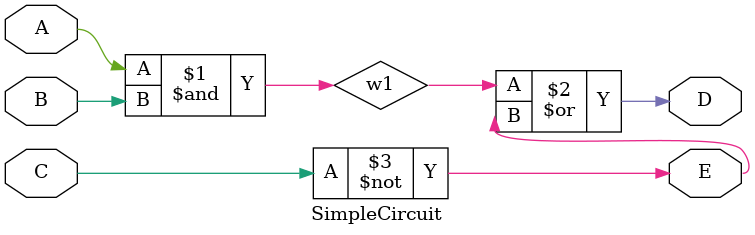
<source format=v>
module SimpleCircuit(A, B, C, D, E);
	input A, B, C;
	output	D, E;
	wire	w1;

	and	#(30) G1(w1,A,B);
	not	#(10) G2(E,C);
	or	#(20) G3(D,w1,E);
endmodule

</source>
